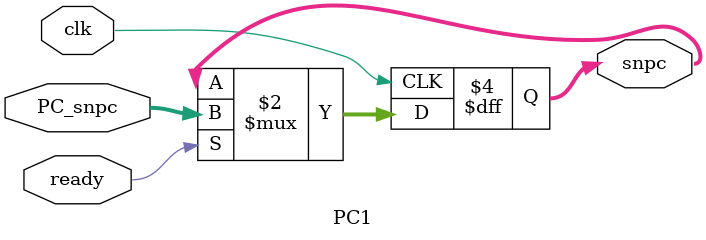
<source format=v>
`include "define.v"

module IF_CTRL (
    input clk,
    input rst,
    // 通信协议
    output reg valid,
    output ready,
    input AR_valid,
    input ID_ready,
    // 解决分支问题
    input pc_opt
);
    assign ready = (ID_ready | !valid) & !pc_opt;
    always @(posedge clk)
        if (rst) valid <= 0;
        else if (ready) valid <= AR_valid;
        else if (ID_ready) valid <= 0;
endmodule

module IFU (
    input clk,
    input ready,
    //
    input [31:0] AR_inst,
    output reg [31:0] inst
);
    always @(posedge clk) begin
        if (ready) begin
            inst <= AR_inst;
            if (inst == 32'h00100073) begin
                $display("Ebreak");
                $finish;
            end
            if (inst == 32'h00000073) begin
                $display("Ecall");
                $finish;
            end
        end
    end
endmodule

module PC1 (
    input clk,
    input ready,
    //
    input [31:0] PC_snpc,
    output reg [31:0] snpc
);
    always @(posedge clk) begin
        if (ready) begin
            snpc <= PC_snpc;
        end
    end
endmodule

</source>
